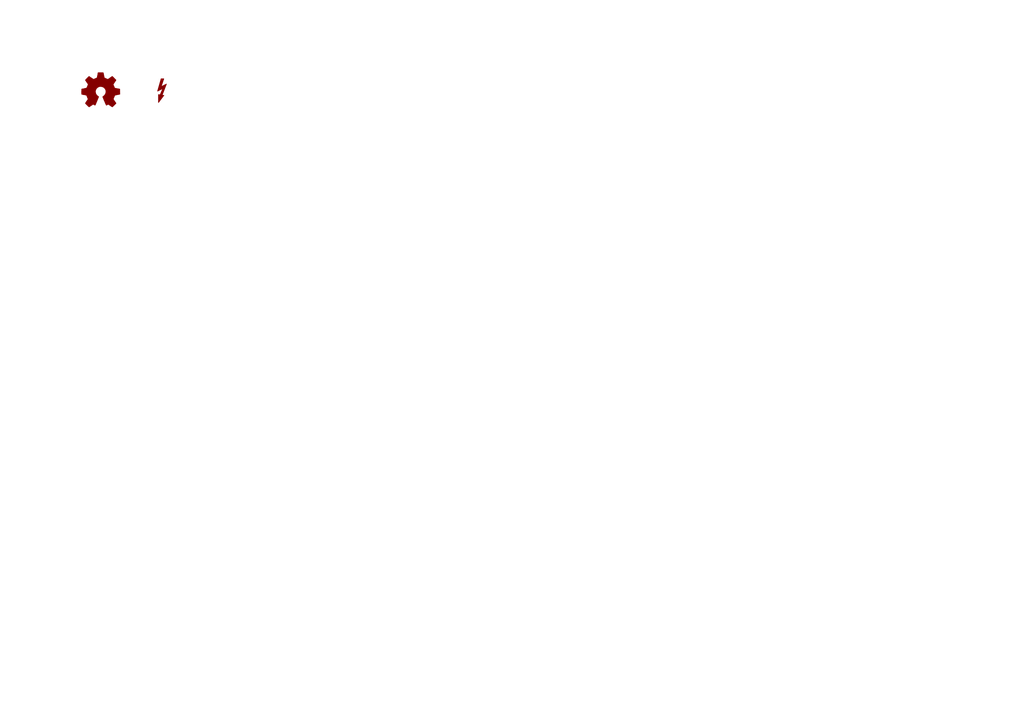
<source format=kicad_sch>
(kicad_sch (version 20211123) (generator eeschema)

  (uuid a42f76e8-4af1-47c2-8650-5cadb04ba763)

  (paper "A4")

  (lib_symbols
    (symbol "Graphic:Logo_Open_Hardware_Small" (pin_names (offset 1.016)) (in_bom yes) (on_board yes)
      (property "Reference" "#LOGO" (id 0) (at 0 6.985 0)
        (effects (font (size 1.27 1.27)) hide)
      )
      (property "Value" "Logo_Open_Hardware_Small" (id 1) (at 0 -5.715 0)
        (effects (font (size 1.27 1.27)) hide)
      )
      (property "Footprint" "" (id 2) (at 0 0 0)
        (effects (font (size 1.27 1.27)) hide)
      )
      (property "Datasheet" "~" (id 3) (at 0 0 0)
        (effects (font (size 1.27 1.27)) hide)
      )
      (property "ki_keywords" "Logo" (id 4) (at 0 0 0)
        (effects (font (size 1.27 1.27)) hide)
      )
      (property "ki_description" "Open Hardware logo, small" (id 5) (at 0 0 0)
        (effects (font (size 1.27 1.27)) hide)
      )
      (symbol "Logo_Open_Hardware_Small_0_1"
        (polyline
          (pts
            (xy 3.3528 -4.3434)
            (xy 3.302 -4.318)
            (xy 3.175 -4.2418)
            (xy 2.9972 -4.1148)
            (xy 2.7686 -3.9624)
            (xy 2.54 -3.81)
            (xy 2.3622 -3.7084)
            (xy 2.2352 -3.6068)
            (xy 2.1844 -3.5814)
            (xy 2.159 -3.6068)
            (xy 2.0574 -3.6576)
            (xy 1.905 -3.7338)
            (xy 1.8034 -3.7846)
            (xy 1.6764 -3.8354)
            (xy 1.6002 -3.8354)
            (xy 1.6002 -3.8354)
            (xy 1.5494 -3.7338)
            (xy 1.4732 -3.5306)
            (xy 1.3462 -3.302)
            (xy 1.2446 -3.0226)
            (xy 1.1176 -2.7178)
            (xy 0.9652 -2.413)
            (xy 0.8636 -2.1082)
            (xy 0.7366 -1.8288)
            (xy 0.6604 -1.6256)
            (xy 0.6096 -1.4732)
            (xy 0.5842 -1.397)
            (xy 0.5842 -1.397)
            (xy 0.6604 -1.3208)
            (xy 0.7874 -1.2446)
            (xy 1.0414 -1.016)
            (xy 1.2954 -0.6858)
            (xy 1.4478 -0.3302)
            (xy 1.524 0.0762)
            (xy 1.4732 0.4572)
            (xy 1.3208 0.8128)
            (xy 1.0668 1.143)
            (xy 0.762 1.3716)
            (xy 0.4064 1.524)
            (xy 0 1.5748)
            (xy -0.381 1.5494)
            (xy -0.7366 1.397)
            (xy -1.0668 1.143)
            (xy -1.2192 0.9906)
            (xy -1.397 0.6604)
            (xy -1.524 0.3048)
            (xy -1.524 0.2286)
            (xy -1.4986 -0.1778)
            (xy -1.397 -0.5334)
            (xy -1.1938 -0.8636)
            (xy -0.9144 -1.143)
            (xy -0.8636 -1.1684)
            (xy -0.7366 -1.27)
            (xy -0.635 -1.3462)
            (xy -0.5842 -1.397)
            (xy -1.0668 -2.5908)
            (xy -1.143 -2.794)
            (xy -1.2954 -3.1242)
            (xy -1.397 -3.4036)
            (xy -1.4986 -3.6322)
            (xy -1.5748 -3.7846)
            (xy -1.6002 -3.8354)
            (xy -1.6002 -3.8354)
            (xy -1.651 -3.8354)
            (xy -1.7272 -3.81)
            (xy -1.905 -3.7338)
            (xy -2.0066 -3.683)
            (xy -2.1336 -3.6068)
            (xy -2.2098 -3.5814)
            (xy -2.2606 -3.6068)
            (xy -2.3622 -3.683)
            (xy -2.54 -3.81)
            (xy -2.7686 -3.9624)
            (xy -2.9718 -4.0894)
            (xy -3.1496 -4.2164)
            (xy -3.302 -4.318)
            (xy -3.3528 -4.3434)
            (xy -3.3782 -4.3434)
            (xy -3.429 -4.318)
            (xy -3.5306 -4.2164)
            (xy -3.7084 -4.064)
            (xy -3.937 -3.8354)
            (xy -3.9624 -3.81)
            (xy -4.1656 -3.6068)
            (xy -4.318 -3.4544)
            (xy -4.4196 -3.3274)
            (xy -4.445 -3.2766)
            (xy -4.445 -3.2766)
            (xy -4.4196 -3.2258)
            (xy -4.318 -3.0734)
            (xy -4.2164 -2.8956)
            (xy -4.064 -2.667)
            (xy -3.6576 -2.0828)
            (xy -3.8862 -1.5494)
            (xy -3.937 -1.3716)
            (xy -4.0386 -1.1684)
            (xy -4.0894 -1.0414)
            (xy -4.1148 -0.9652)
            (xy -4.191 -0.9398)
            (xy -4.318 -0.9144)
            (xy -4.5466 -0.8636)
            (xy -4.8006 -0.8128)
            (xy -5.0546 -0.7874)
            (xy -5.2578 -0.7366)
            (xy -5.4356 -0.7112)
            (xy -5.5118 -0.6858)
            (xy -5.5118 -0.6858)
            (xy -5.5372 -0.635)
            (xy -5.5372 -0.5588)
            (xy -5.5372 -0.4318)
            (xy -5.5626 -0.2286)
            (xy -5.5626 0.0762)
            (xy -5.5626 0.127)
            (xy -5.5372 0.4064)
            (xy -5.5372 0.635)
            (xy -5.5372 0.762)
            (xy -5.5372 0.8382)
            (xy -5.5372 0.8382)
            (xy -5.461 0.8382)
            (xy -5.3086 0.889)
            (xy -5.08 0.9144)
            (xy -4.826 0.9652)
            (xy -4.8006 0.9906)
            (xy -4.5466 1.0414)
            (xy -4.318 1.0668)
            (xy -4.1656 1.1176)
            (xy -4.0894 1.143)
            (xy -4.0894 1.143)
            (xy -4.0386 1.2446)
            (xy -3.9624 1.4224)
            (xy -3.8608 1.6256)
            (xy -3.7846 1.8288)
            (xy -3.7084 2.0066)
            (xy -3.6576 2.159)
            (xy -3.6322 2.2098)
            (xy -3.6322 2.2098)
            (xy -3.683 2.286)
            (xy -3.7592 2.413)
            (xy -3.8862 2.5908)
            (xy -4.064 2.8194)
            (xy -4.064 2.8448)
            (xy -4.2164 3.0734)
            (xy -4.3434 3.2512)
            (xy -4.4196 3.3782)
            (xy -4.445 3.4544)
            (xy -4.445 3.4544)
            (xy -4.3942 3.5052)
            (xy -4.2926 3.6322)
            (xy -4.1148 3.81)
            (xy -3.937 4.0132)
            (xy -3.8608 4.064)
            (xy -3.6576 4.2926)
            (xy -3.5052 4.4196)
            (xy -3.4036 4.4958)
            (xy -3.3528 4.5212)
            (xy -3.3528 4.5212)
            (xy -3.302 4.4704)
            (xy -3.1496 4.3688)
            (xy -2.9718 4.2418)
            (xy -2.7432 4.0894)
            (xy -2.7178 4.0894)
            (xy -2.4892 3.937)
            (xy -2.3114 3.81)
            (xy -2.1844 3.7084)
            (xy -2.1336 3.683)
            (xy -2.1082 3.683)
            (xy -2.032 3.7084)
            (xy -1.8542 3.7592)
            (xy -1.6764 3.8354)
            (xy -1.4732 3.937)
            (xy -1.27 4.0132)
            (xy -1.143 4.064)
            (xy -1.0668 4.1148)
            (xy -1.0668 4.1148)
            (xy -1.0414 4.191)
            (xy -1.016 4.3434)
            (xy -0.9652 4.572)
            (xy -0.9144 4.8514)
            (xy -0.889 4.9022)
            (xy -0.8382 5.1562)
            (xy -0.8128 5.3848)
            (xy -0.7874 5.5372)
            (xy -0.762 5.588)
            (xy -0.7112 5.6134)
            (xy -0.5842 5.6134)
            (xy -0.4064 5.6134)
            (xy -0.1524 5.6134)
            (xy 0.0762 5.6134)
            (xy 0.3302 5.6134)
            (xy 0.5334 5.6134)
            (xy 0.6858 5.588)
            (xy 0.7366 5.588)
            (xy 0.7366 5.588)
            (xy 0.762 5.5118)
            (xy 0.8128 5.334)
            (xy 0.8382 5.1054)
            (xy 0.9144 4.826)
            (xy 0.9144 4.7752)
            (xy 0.9652 4.5212)
            (xy 1.016 4.2926)
            (xy 1.0414 4.1402)
            (xy 1.0668 4.0894)
            (xy 1.0668 4.0894)
            (xy 1.1938 4.0386)
            (xy 1.3716 3.9624)
            (xy 1.5748 3.8608)
            (xy 2.0828 3.6576)
            (xy 2.7178 4.0894)
            (xy 2.7686 4.1402)
            (xy 2.9972 4.2926)
            (xy 3.175 4.4196)
            (xy 3.302 4.4958)
            (xy 3.3782 4.5212)
            (xy 3.3782 4.5212)
            (xy 3.429 4.4704)
            (xy 3.556 4.3434)
            (xy 3.7338 4.191)
            (xy 3.9116 3.9878)
            (xy 4.064 3.8354)
            (xy 4.2418 3.6576)
            (xy 4.3434 3.556)
            (xy 4.4196 3.4798)
            (xy 4.4196 3.429)
            (xy 4.4196 3.4036)
            (xy 4.3942 3.3274)
            (xy 4.2926 3.2004)
            (xy 4.1656 2.9972)
            (xy 4.0132 2.794)
            (xy 3.8862 2.5908)
            (xy 3.7592 2.3876)
            (xy 3.6576 2.2352)
            (xy 3.6322 2.159)
            (xy 3.6322 2.1336)
            (xy 3.683 2.0066)
            (xy 3.7592 1.8288)
            (xy 3.8608 1.6002)
            (xy 4.064 1.1176)
            (xy 4.3942 1.0414)
            (xy 4.5974 1.016)
            (xy 4.8768 0.9652)
            (xy 5.1308 0.9144)
            (xy 5.5372 0.8382)
            (xy 5.5626 -0.6604)
            (xy 5.4864 -0.6858)
            (xy 5.4356 -0.6858)
            (xy 5.2832 -0.7366)
            (xy 5.0546 -0.762)
            (xy 4.8006 -0.8128)
            (xy 4.5974 -0.8636)
            (xy 4.3688 -0.9144)
            (xy 4.2164 -0.9398)
            (xy 4.1402 -0.9398)
            (xy 4.1148 -0.9652)
            (xy 4.064 -1.0668)
            (xy 3.9878 -1.2446)
            (xy 3.9116 -1.4478)
            (xy 3.81 -1.651)
            (xy 3.7338 -1.8542)
            (xy 3.683 -2.0066)
            (xy 3.6576 -2.0828)
            (xy 3.683 -2.1336)
            (xy 3.7846 -2.2606)
            (xy 3.8862 -2.4638)
            (xy 4.0386 -2.667)
            (xy 4.191 -2.8956)
            (xy 4.318 -3.0734)
            (xy 4.3942 -3.2004)
            (xy 4.445 -3.2766)
            (xy 4.4196 -3.3274)
            (xy 4.3434 -3.429)
            (xy 4.1656 -3.5814)
            (xy 3.937 -3.8354)
            (xy 3.8862 -3.8608)
            (xy 3.683 -4.064)
            (xy 3.5306 -4.2164)
            (xy 3.4036 -4.318)
            (xy 3.3528 -4.3434)
          )
          (stroke (width 0) (type default) (color 0 0 0 0))
          (fill (type outline))
        )
      )
    )
    (symbol "Graphic:SYM_Flash_Small" (pin_names (offset 1.016)) (in_bom yes) (on_board yes)
      (property "Reference" "#SYM" (id 0) (at -2.286 0 90)
        (effects (font (size 1.27 1.27)) hide)
      )
      (property "Value" "SYM_Flash_Small" (id 1) (at 2.286 0 90)
        (effects (font (size 1.27 1.27)) hide)
      )
      (property "Footprint" "" (id 2) (at 0 -0.635 0)
        (effects (font (size 1.27 1.27)) hide)
      )
      (property "Datasheet" "~" (id 3) (at 10.16 -2.54 0)
        (effects (font (size 1.27 1.27)) hide)
      )
      (property "ki_keywords" "graphic symbol flash VAC 220VAC 110VAC power" (id 4) (at 0 0 0)
        (effects (font (size 1.27 1.27)) hide)
      )
      (property "ki_description" "Flash symbol, small" (id 5) (at 0 0 0)
        (effects (font (size 1.27 1.27)) hide)
      )
      (symbol "SYM_Flash_Small_0_1"
        (polyline
          (pts
            (xy 0.508 -1.016)
            (xy -1.016 -0.762)
            (xy -1.016 -3.048)
            (xy 0.508 -1.016)
          )
          (stroke (width 0.2032) (type default) (color 0 0 0 0))
          (fill (type outline))
        )
        (polyline
          (pts
            (xy -0.254 3.81)
            (xy 0.508 3.81)
            (xy -0.254 1.524)
            (xy 1.27 2.286)
            (xy 0 -1.016)
            (xy -0.508 -0.762)
            (xy 0.254 1.016)
            (xy -1.27 0.254)
            (xy -0.254 3.81)
          )
          (stroke (width 0.2032) (type default) (color 0 0 0 0))
          (fill (type outline))
        )
      )
    )
  )


  (symbol (lib_id "Graphic:Logo_Open_Hardware_Small") (at 29.21 26.67 0) (unit 1)
    (in_bom yes) (on_board yes) (fields_autoplaced)
    (uuid 02423859-5b9f-4e67-bfec-67f94e33613a)
    (property "Reference" "#LOGO1" (id 0) (at 29.21 19.685 0)
      (effects (font (size 1.27 1.27)) hide)
    )
    (property "Value" "Logo_Open_Hardware_Small" (id 1) (at 29.21 32.385 0)
      (effects (font (size 1.27 1.27)) hide)
    )
    (property "Footprint" "egg58v2:egg58logo" (id 2) (at 29.21 26.67 0)
      (effects (font (size 1.27 1.27)) hide)
    )
    (property "Datasheet" "~" (id 3) (at 29.21 26.67 0)
      (effects (font (size 1.27 1.27)) hide)
    )
  )

  (symbol (lib_id "Graphic:SYM_Flash_Small") (at 46.99 26.67 0) (unit 1)
    (in_bom yes) (on_board yes) (fields_autoplaced)
    (uuid 93c7a95f-14c5-41e1-a61d-876abea51f4c)
    (property "Reference" "#SYM1" (id 0) (at 44.704 26.67 90)
      (effects (font (size 1.27 1.27)) hide)
    )
    (property "Value" "SYM_Flash_Small" (id 1) (at 49.276 26.67 90)
      (effects (font (size 1.27 1.27)) hide)
    )
    (property "Footprint" "egg58v2:egg58url" (id 2) (at 46.99 27.305 0)
      (effects (font (size 1.27 1.27)) hide)
    )
    (property "Datasheet" "~" (id 3) (at 57.15 29.21 0)
      (effects (font (size 1.27 1.27)) hide)
    )
  )
)

</source>
